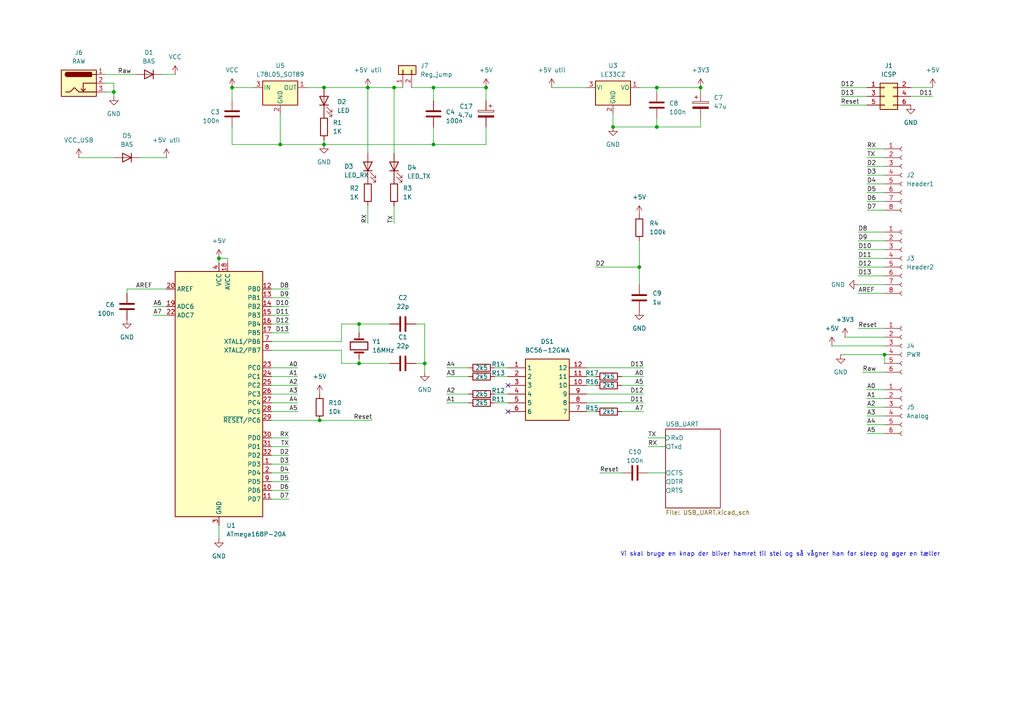
<source format=kicad_sch>
(kicad_sch (version 20250114) (generator "eeschema") (generator_version "9.0")
  (paper "A4")
  (lib_symbols
    (symbol "BC56-12GWA:BC56-12GWA"
      (property "Reference" "DS" (at 19.05 7.62 0))
      (property "Value" "BC56-12GWA" (at 19.05 5.08 0))
      (symbol "BC56-12GWA_1_1"
        (rectangle (start 5.08 2.54) (end 17.78 -15.24) (stroke (width 0.254)) (fill (type background)))
        (pin passive line (at 0 0 0) (length 5.08) (name "1") (number "1"))
        (pin passive line (at 0 -2.54 0) (length 5.08) (name "2") (number "2"))
        (pin passive line (at 0 -5.08 0) (length 5.08) (name "3") (number "3"))
        (pin passive line (at 0 -7.62 0) (length 5.08) (name "4") (number "4"))
        (pin passive line (at 0 -10.16 0) (length 5.08) (name "5") (number "5"))
        (pin passive line (at 0 -12.7 0) (length 5.08) (name "6") (number "6"))
        (pin passive line (at 22.86 0 180) (length 5.08) (name "12") (number "12"))
        (pin passive line (at 22.86 -2.54 180) (length 5.08) (name "11") (number "11"))
        (pin passive line (at 22.86 -5.08 180) (length 5.08) (name "10") (number "10"))
        (pin passive line (at 22.86 -7.62 180) (length 5.08) (name "9") (number "9"))
        (pin passive line (at 22.86 -10.16 180) (length 5.08) (name "8") (number "8"))
        (pin passive line (at 22.86 -12.7 180) (length 5.08) (name "7") (number "7"))
      )
    )
    (symbol "Connector:Barrel_Jack_Switch_Pin3Ring" (pin_names (hide yes))
      (property "Reference" "J" (at 0 5.334 0))
      (property "Value" "Barrel_Jack_Switch_Pin3Ring" (at 0 -5.08 0))
      (symbol "Barrel_Jack_Switch_Pin3Ring_0_1"
        (rectangle (start -5.08 3.81) (end 5.08 -3.81) (stroke (width 0.254)) (fill (type background)))
        (polyline (pts (xy -3.81 -2.54) (xy -2.54 -2.54) (xy -1.27 -1.27) (xy 0 -2.54) (xy 2.54 -2.54) (xy 5.08 -2.54)) (stroke (width 0.254)))
        (arc (start -3.302 1.905) (mid -3.9343 2.54) (end -3.302 3.175) (stroke (width 0.254)))
        (arc (start -3.302 1.905) (mid -3.9343 2.54) (end -3.302 3.175) (stroke (width 0.254)) (fill (type outline)))
        (polyline (pts (xy 1.27 -2.286) (xy 1.905 -1.651)) (stroke (width 0.254)))
        (rectangle (start 3.683 3.175) (end -3.302 1.905) (stroke (width 0.254)) (fill (type outline)))
        (polyline (pts (xy 5.08 2.54) (xy 3.81 2.54)) (stroke (width 0.254)))
        (polyline (pts (xy 5.08 0) (xy 1.27 0) (xy 1.27 -2.286) (xy 0.635 -1.651)) (stroke (width 0.254)))
      )
      (symbol "Barrel_Jack_Switch_Pin3Ring_1_1"
        (pin passive line (at 7.62 2.54 180) (length 2.54) (name "~") (number "1"))
        (pin passive line (at 7.62 0 180) (length 2.54) (name "~") (number "2"))
        (pin passive line (at 7.62 -2.54 180) (length 2.54) (name "~") (number "3"))
      )
    )
    (symbol "Connector:Conn_01x06_Socket" (pin_names (offset 1.016) (hide yes))
      (property "Reference" "J" (at 0 7.62 0))
      (property "Value" "Conn_01x06_Socket" (at 0 -10.16 0))
      (symbol "Conn_01x06_Socket_1_1"
        (polyline (pts (xy -1.27 5.08) (xy -0.508 5.08)) (stroke (width 0.1524)))
        (polyline (pts (xy -1.27 2.54) (xy -0.508 2.54)) (stroke (width 0.1524)))
        (polyline (pts (xy -1.27 0) (xy -0.508 0)) (stroke (width 0.1524)))
        (polyline (pts (xy -1.27 -2.54) (xy -0.508 -2.54)) (stroke (width 0.1524)))
        (polyline (pts (xy -1.27 -5.08) (xy -0.508 -5.08)) (stroke (width 0.1524)))
        (polyline (pts (xy -1.27 -7.62) (xy -0.508 -7.62)) (stroke (width 0.1524)))
        (arc (start 0 4.572) (mid -0.5058 5.08) (end 0 5.588) (stroke (width 0.1524)))
        (arc (start 0 2.032) (mid -0.5058 2.54) (end 0 3.048) (stroke (width 0.1524)))
        (arc (start 0 -0.508) (mid -0.5058 0) (end 0 0.508) (stroke (width 0.1524)))
        (arc (start 0 -3.048) (mid -0.5058 -2.54) (end 0 -2.032) (stroke (width 0.1524)))
        (arc (start 0 -5.588) (mid -0.5058 -5.08) (end 0 -4.572) (stroke (width 0.1524)))
        (arc (start 0 -8.128) (mid -0.5058 -7.62) (end 0 -7.112) (stroke (width 0.1524)))
        (pin passive line (at -5.08 5.08 0) (length 3.81) (name "Pin_1") (number "1"))
        (pin passive line (at -5.08 2.54 0) (length 3.81) (name "Pin_2") (number "2"))
        (pin passive line (at -5.08 0 0) (length 3.81) (name "Pin_3") (number "3"))
        (pin passive line (at -5.08 -2.54 0) (length 3.81) (name "Pin_4") (number "4"))
        (pin passive line (at -5.08 -5.08 0) (length 3.81) (name "Pin_5") (number "5"))
        (pin passive line (at -5.08 -7.62 0) (length 3.81) (name "Pin_6") (number "6"))
      )
    )
    (symbol "Connector:Conn_01x08_Socket" (pin_names (offset 1.016) (hide yes))
      (property "Reference" "J" (at 0 10.16 0))
      (property "Value" "Conn_01x08_Socket" (at 0 -12.7 0))
      (symbol "Conn_01x08_Socket_1_1"
        (polyline (pts (xy -1.27 7.62) (xy -0.508 7.62)) (stroke (width 0.1524)))
        (polyline (pts (xy -1.27 5.08) (xy -0.508 5.08)) (stroke (width 0.1524)))
        (polyline (pts (xy -1.27 2.54) (xy -0.508 2.54)) (stroke (width 0.1524)))
        (polyline (pts (xy -1.27 0) (xy -0.508 0)) (stroke (width 0.1524)))
        (polyline (pts (xy -1.27 -2.54) (xy -0.508 -2.54)) (stroke (width 0.1524)))
        (polyline (pts (xy -1.27 -5.08) (xy -0.508 -5.08)) (stroke (width 0.1524)))
        (polyline (pts (xy -1.27 -7.62) (xy -0.508 -7.62)) (stroke (width 0.1524)))
        (polyline (pts (xy -1.27 -10.16) (xy -0.508 -10.16)) (stroke (width 0.1524)))
        (arc (start 0 7.112) (mid -0.5058 7.62) (end 0 8.128) (stroke (width 0.1524)))
        (arc (start 0 4.572) (mid -0.5058 5.08) (end 0 5.588) (stroke (width 0.1524)))
        (arc (start 0 2.032) (mid -0.5058 2.54) (end 0 3.048) (stroke (width 0.1524)))
        (arc (start 0 -0.508) (mid -0.5058 0) (end 0 0.508) (stroke (width 0.1524)))
        (arc (start 0 -3.048) (mid -0.5058 -2.54) (end 0 -2.032) (stroke (width 0.1524)))
        (arc (start 0 -5.588) (mid -0.5058 -5.08) (end 0 -4.572) (stroke (width 0.1524)))
        (arc (start 0 -8.128) (mid -0.5058 -7.62) (end 0 -7.112) (stroke (width 0.1524)))
        (arc (start 0 -10.668) (mid -0.5058 -10.16) (end 0 -9.652) (stroke (width 0.1524)))
        (pin passive line (at -5.08 7.62 0) (length 3.81) (name "Pin_1") (number "1"))
        (pin passive line (at -5.08 5.08 0) (length 3.81) (name "Pin_2") (number "2"))
        (pin passive line (at -5.08 2.54 0) (length 3.81) (name "Pin_3") (number "3"))
        (pin passive line (at -5.08 0 0) (length 3.81) (name "Pin_4") (number "4"))
        (pin passive line (at -5.08 -2.54 0) (length 3.81) (name "Pin_5") (number "5"))
        (pin passive line (at -5.08 -5.08 0) (length 3.81) (name "Pin_6") (number "6"))
        (pin passive line (at -5.08 -7.62 0) (length 3.81) (name "Pin_7") (number "7"))
        (pin passive line (at -5.08 -10.16 0) (length 3.81) (name "Pin_8") (number "8"))
      )
    )
    (symbol "Connector_Generic:Conn_01x02" (pin_names (offset 1.016) (hide yes))
      (property "Reference" "J" (at 0 2.54 0))
      (property "Value" "Conn_01x02" (at 0 -5.08 0))
      (symbol "Conn_01x02_1_1"
        (rectangle (start -1.27 1.27) (end 1.27 -3.81) (stroke (width 0.254)) (fill (type background)))
        (rectangle (start -1.27 0.127) (end 0 -0.127) (stroke (width 0.1524)))
        (rectangle (start -1.27 -2.413) (end 0 -2.667) (stroke (width 0.1524)))
        (pin passive line (at -5.08 0 0) (length 3.81) (name "Pin_1") (number "1"))
        (pin passive line (at -5.08 -2.54 0) (length 3.81) (name "Pin_2") (number "2"))
      )
    )
    (symbol "Connector_Generic:Conn_02x03_Odd_Even" (pin_names (offset 1.016) (hide yes))
      (property "Reference" "J" (at 1.27 5.08 0))
      (property "Value" "Conn_02x03_Odd_Even" (at 1.27 -5.08 0))
      (symbol "Conn_02x03_Odd_Even_1_1"
        (rectangle (start -1.27 3.81) (end 3.81 -3.81) (stroke (width 0.254)) (fill (type background)))
        (rectangle (start -1.27 2.667) (end 0 2.413) (stroke (width 0.1524)))
        (rectangle (start -1.27 0.127) (end 0 -0.127) (stroke (width 0.1524)))
        (rectangle (start -1.27 -2.413) (end 0 -2.667) (stroke (width 0.1524)))
        (rectangle (start 3.81 2.667) (end 2.54 2.413) (stroke (width 0.1524)))
        (rectangle (start 3.81 0.127) (end 2.54 -0.127) (stroke (width 0.1524)))
        (rectangle (start 3.81 -2.413) (end 2.54 -2.667) (stroke (width 0.1524)))
        (pin passive line (at -5.08 2.54 0) (length 3.81) (name "Pin_1") (number "1"))
        (pin passive line (at -5.08 0 0) (length 3.81) (name "Pin_3") (number "3"))
        (pin passive line (at -5.08 -2.54 0) (length 3.81) (name "Pin_5") (number "5"))
        (pin passive line (at 7.62 2.54 180) (length 3.81) (name "Pin_2") (number "2"))
        (pin passive line (at 7.62 0 180) (length 3.81) (name "Pin_4") (number "4"))
        (pin passive line (at 7.62 -2.54 180) (length 3.81) (name "Pin_6") (number "6"))
      )
    )
    (symbol "Device:C" (pin_numbers (hide yes)) (pin_names (offset 0.254))
      (property "Reference" "C" (at 0.635 2.54 0))
      (property "Value" "C" (at 0.635 -2.54 0))
      (symbol "C_0_1"
        (polyline (pts (xy -2.032 0.762) (xy 2.032 0.762)) (stroke (width 0.508)))
        (polyline (pts (xy -2.032 -0.762) (xy 2.032 -0.762)) (stroke (width 0.508)))
      )
      (symbol "C_1_1"
        (pin passive line (at 0 3.81 270) (length 2.794) (name "~") (number "1"))
        (pin passive line (at 0 -3.81 90) (length 2.794) (name "~") (number "2"))
      )
    )
    (symbol "Device:C_Polarized" (pin_numbers (hide yes)) (pin_names (offset 0.254))
      (property "Reference" "C" (at 0.635 2.54 0))
      (property "Value" "C_Polarized" (at 0.635 -2.54 0))
      (symbol "C_Polarized_0_1"
        (rectangle (start -2.286 0.508) (end 2.286 1.016))
        (polyline (pts (xy -1.778 2.286) (xy -0.762 2.286)))
        (polyline (pts (xy -1.27 2.794) (xy -1.27 1.778)))
        (rectangle (start 2.286 -0.508) (end -2.286 -1.016) (fill (type outline)))
      )
      (symbol "C_Polarized_1_1"
        (pin passive line (at 0 3.81 270) (length 2.794) (name "~") (number "1"))
        (pin passive line (at 0 -3.81 90) (length 2.794) (name "~") (number "2"))
      )
    )
    (symbol "Device:Crystal" (pin_numbers (hide yes)) (pin_names (offset 1.016) (hide yes))
      (property "Reference" "Y" (at 0 3.81 0))
      (property "Value" "Crystal" (at 0 -3.81 0))
      (symbol "Crystal_0_1"
        (polyline (pts (xy -2.54 0) (xy -1.905 0)))
        (polyline (pts (xy -1.905 -1.27) (xy -1.905 1.27)) (stroke (width 0.508)))
        (rectangle (start -1.143 2.54) (end 1.143 -2.54) (stroke (width 0.3048)))
        (polyline (pts (xy 1.905 -1.27) (xy 1.905 1.27)) (stroke (width 0.508)))
        (polyline (pts (xy 2.54 0) (xy 1.905 0)))
      )
      (symbol "Crystal_1_1"
        (pin passive line (at -3.81 0 0) (length 1.27) (name "1") (number "1"))
        (pin passive line (at 3.81 0 180) (length 1.27) (name "2") (number "2"))
      )
    )
    (symbol "Device:D" (pin_numbers (hide yes)) (pin_names (offset 1.016) (hide yes))
      (property "Reference" "D" (at 0 2.54 0))
      (property "Value" "D" (at 0 -2.54 0))
      (symbol "D_0_1"
        (polyline (pts (xy -1.27 1.27) (xy -1.27 -1.27)) (stroke (width 0.254)))
        (polyline (pts (xy 1.27 1.27) (xy 1.27 -1.27) (xy -1.27 0) (xy 1.27 1.27)) (stroke (width 0.254)))
        (polyline (pts (xy 1.27 0) (xy -1.27 0)))
      )
      (symbol "D_1_1"
        (pin passive line (at -3.81 0 0) (length 2.54) (name "K") (number "1"))
        (pin passive line (at 3.81 0 180) (length 2.54) (name "A") (number "2"))
      )
    )
    (symbol "Device:LED" (pin_numbers (hide yes)) (pin_names (offset 1.016) (hide yes))
      (property "Reference" "D" (at 0 2.54 0))
      (property "Value" "LED" (at 0 -2.54 0))
      (symbol "LED_0_1"
        (polyline (pts (xy -3.048 -0.762) (xy -4.572 -2.286) (xy -3.81 -2.286) (xy -4.572 -2.286) (xy -4.572 -1.524)))
        (polyline (pts (xy -1.778 -0.762) (xy -3.302 -2.286) (xy -2.54 -2.286) (xy -3.302 -2.286) (xy -3.302 -1.524)))
        (polyline (pts (xy -1.27 0) (xy 1.27 0)))
        (polyline (pts (xy -1.27 -1.27) (xy -1.27 1.27)) (stroke (width 0.254)))
        (polyline (pts (xy 1.27 -1.27) (xy 1.27 1.27) (xy -1.27 0) (xy 1.27 -1.27)) (stroke (width 0.254)))
      )
      (symbol "LED_1_1"
        (pin passive line (at -3.81 0 0) (length 2.54) (name "K") (number "1"))
        (pin passive line (at 3.81 0 180) (length 2.54) (name "A") (number "2"))
      )
    )
    (symbol "Device:R" (pin_numbers (hide yes)) (pin_names (offset 0))
      (property "Reference" "R" (at 2.032 0 90))
      (property "Value" "R" (at 0 0 90))
      (symbol "R_0_1"
        (rectangle (start -1.016 -2.54) (end 1.016 2.54) (stroke (width 0.254)))
      )
      (symbol "R_1_1"
        (pin passive line (at 0 3.81 270) (length 1.27) (name "~") (number "1"))
        (pin passive line (at 0 -3.81 90) (length 1.27) (name "~") (number "2"))
      )
    )
    (symbol "MCU_Microchip_ATmega:ATmega168P-20A"
      (property "Reference" "U" (at -12.7 36.83 0))
      (property "Value" "ATmega168P-20A" (at 2.54 -36.83 0))
      (symbol "ATmega168P-20A_0_1"
        (rectangle (start -12.7 -35.56) (end 12.7 35.56) (stroke (width 0.254)) (fill (type background)))
      )
      (symbol "ATmega168P-20A_1_1"
        (pin passive line (at -15.24 30.48 0) (length 2.54) (name "AREF") (number "20"))
        (pin input line (at -15.24 25.4 0) (length 2.54) (name "ADC6") (number "19"))
        (pin input line (at -15.24 22.86 0) (length 2.54) (name "ADC7") (number "22"))
        (pin power_in line (at 0 38.1 270) (length 2.54) (name "VCC") (number "4"))
        (pin passive line (at 0 38.1 270) (length 2.54) (hide yes) (name "VCC") (number "6"))
        (pin passive line (at 0 -38.1 90) (length 2.54) (hide yes) (name "GND") (number "21"))
        (pin power_in line (at 0 -38.1 90) (length 2.54) (name "GND") (number "3"))
        (pin passive line (at 0 -38.1 90) (length 2.54) (hide yes) (name "GND") (number "5"))
        (pin power_in line (at 2.54 38.1 270) (length 2.54) (name "AVCC") (number "18"))
        (pin bidirectional line (at 15.24 30.48 180) (length 2.54) (name "PB0") (number "12"))
        (pin bidirectional line (at 15.24 27.94 180) (length 2.54) (name "PB1") (number "13"))
        (pin bidirectional line (at 15.24 25.4 180) (length 2.54) (name "PB2") (number "14"))
        (pin bidirectional line (at 15.24 22.86 180) (length 2.54) (name "PB3") (number "15"))
        (pin bidirectional line (at 15.24 20.32 180) (length 2.54) (name "PB4") (number "16"))
        (pin bidirectional line (at 15.24 17.78 180) (length 2.54) (name "PB5") (number "17"))
        (pin bidirectional line (at 15.24 15.24 180) (length 2.54) (name "XTAL1/PB6") (number "7"))
        (pin bidirectional line (at 15.24 12.7 180) (length 2.54) (name "XTAL2/PB7") (number "8"))
        (pin bidirectional line (at 15.24 7.62 180) (length 2.54) (name "PC0") (number "23"))
        (pin bidirectional line (at 15.24 5.08 180) (length 2.54) (name "PC1") (number "24"))
        (pin bidirectional line (at 15.24 2.54 180) (length 2.54) (name "PC2") (number "25"))
        (pin bidirectional line (at 15.24 0 180) (length 2.54) (name "PC3") (number "26"))
        (pin bidirectional line (at 15.24 -2.54 180) (length 2.54) (name "PC4") (number "27"))
        (pin bidirectional line (at 15.24 -5.08 180) (length 2.54) (name "PC5") (number "28"))
        (pin bidirectional line (at 15.24 -7.62 180) (length 2.54) (name "~{RESET}/PC6") (number "29"))
        (pin bidirectional line (at 15.24 -12.7 180) (length 2.54) (name "PD0") (number "30"))
        (pin bidirectional line (at 15.24 -15.24 180) (length 2.54) (name "PD1") (number "31"))
        (pin bidirectional line (at 15.24 -17.78 180) (length 2.54) (name "PD2") (number "32"))
        (pin bidirectional line (at 15.24 -20.32 180) (length 2.54) (name "PD3") (number "1"))
        (pin bidirectional line (at 15.24 -22.86 180) (length 2.54) (name "PD4") (number "2"))
        (pin bidirectional line (at 15.24 -25.4 180) (length 2.54) (name "PD5") (number "9"))
        (pin bidirectional line (at 15.24 -27.94 180) (length 2.54) (name "PD6") (number "10"))
        (pin bidirectional line (at 15.24 -30.48 180) (length 2.54) (name "PD7") (number "11"))
      )
    )
    (symbol "Regulator_Linear:L78L05_SOT89" (pin_names (offset 0.254))
      (property "Reference" "U" (at -3.81 3.175 0))
      (property "Value" "L78L05_SOT89" (at -0.635 3.175 0))
      (symbol "L78L05_SOT89_0_1"
        (rectangle (start -5.08 1.905) (end 5.08 -5.08) (stroke (width 0.254)) (fill (type background)))
      )
      (symbol "L78L05_SOT89_1_1"
        (pin power_in line (at -7.62 0 0) (length 2.54) (name "IN") (number "3"))
        (pin power_in line (at 0 -7.62 90) (length 2.54) (name "GND") (number "2"))
        (pin power_out line (at 7.62 0 180) (length 2.54) (name "OUT") (number "1"))
      )
    )
    (symbol "Regulator_Linear:LM2936-3.3_TO92" (pin_names (offset 0.254))
      (property "Reference" "U" (at -3.81 3.175 0))
      (property "Value" "LM2936-3.3_TO92" (at 0 3.175 0))
      (symbol "LM2936-3.3_TO92_0_1"
        (rectangle (start -5.08 -5.08) (end 5.08 1.905) (stroke (width 0.254)) (fill (type background)))
      )
      (symbol "LM2936-3.3_TO92_1_1"
        (pin power_in line (at -7.62 0 0) (length 2.54) (name "VI") (number "3"))
        (pin power_in line (at 0 -7.62 90) (length 2.54) (name "GND") (number "2"))
        (pin power_out line (at 7.62 0 180) (length 2.54) (name "VO") (number "1"))
      )
    )
    (symbol "power:+3V3" (power) (pin_numbers (hide yes)) (pin_names (offset 0) (hide yes))
      (property "Value" "+3V3" (at 0 3.556 0))
      (symbol "+3V3_0_1"
        (polyline (pts (xy -0.762 1.27) (xy 0 2.54)))
        (polyline (pts (xy 0 2.54) (xy 0.762 1.27)))
        (polyline (pts (xy 0 0) (xy 0 2.54)))
      )
      (symbol "+3V3_1_1"
        (pin power_in line (at 0 0 90) (length 0) (name "~") (number "1"))
      )
    )
    (symbol "power:+5V" (power) (pin_numbers (hide yes)) (pin_names (offset 0) (hide yes))
      (property "Value" "+5V" (at 0 3.556 0))
      (symbol "+5V_0_1"
        (polyline (pts (xy -0.762 1.27) (xy 0 2.54)))
        (polyline (pts (xy 0 2.54) (xy 0.762 1.27)))
        (polyline (pts (xy 0 0) (xy 0 2.54)))
      )
      (symbol "+5V_1_1"
        (pin power_in line (at 0 0 90) (length 0) (name "~") (number "1"))
      )
    )
    (symbol "power:GND" (power) (pin_numbers (hide yes)) (pin_names (offset 0) (hide yes))
      (property "Value" "GND" (at 0 -3.81 0))
      (symbol "GND_0_1"
        (polyline (pts (xy 0 0) (xy 0 -1.27) (xy 1.27 -1.27) (xy 0 -2.54) (xy -1.27 -1.27) (xy 0 -1.27)))
      )
      (symbol "GND_1_1"
        (pin power_in line (at 0 0 270) (length 0) (name "~") (number "1"))
      )
    )
    (symbol "power:VCC" (power) (pin_numbers (hide yes)) (pin_names (offset 0) (hide yes))
      (property "Value" "VCC" (at 0 3.556 0))
      (symbol "VCC_0_1"
        (polyline (pts (xy -0.762 1.27) (xy 0 2.54)))
        (polyline (pts (xy 0 2.54) (xy 0.762 1.27)))
        (polyline (pts (xy 0 0) (xy 0 2.54)))
      )
      (symbol "VCC_1_1"
        (pin power_in line (at 0 0 90) (length 0) (name "~") (number "1"))
      )
    )
    (symbol "power:VCCQ" (power) (pin_numbers (hide yes)) (pin_names (offset 0) (hide yes))
      (property "Value" "VCCQ" (at 0 3.556 0))
      (symbol "VCCQ_0_1"
        (polyline (pts (xy -0.762 1.27) (xy 0 2.54)))
        (polyline (pts (xy 0 2.54) (xy 0.762 1.27)))
        (polyline (pts (xy 0 0) (xy 0 2.54)))
      )
      (symbol "VCCQ_1_1"
        (pin power_in line (at 0 0 90) (length 0) (name "~") (number "1"))
      )
    )
  )
  (text "Vi skal bruge en knap der bliver hamret til stel og så vågner han far sleep og øger en tæller\n" (at 226.314 160.782 0) (effects (font (size 1.27 1.27))))
  (junction (at 185.42 77.47))
  (junction (at 104.14 93.98))
  (junction (at 256.54 102.87))
  (junction (at 106.68 25.4))
  (junction (at 114.3 25.4))
  (junction (at 93.98 41.91))
  (junction (at 92.71 121.92))
  (junction (at 203.2 25.4))
  (junction (at 67.31 25.4))
  (junction (at 190.5 36.83))
  (junction (at 81.28 41.91))
  (junction (at 63.5 74.93))
  (junction (at 140.97 25.4))
  (junction (at 33.02 26.67))
  (junction (at 104.14 105.41))
  (junction (at 177.8 36.83))
  (junction (at 123.19 105.41))
  (junction (at 125.73 41.91))
  (junction (at 93.98 25.4))
  (junction (at 190.5 25.4))
  (junction (at 125.73 25.4))
  (no_connect (at 147.32 119.38))
  (no_connect (at 147.32 111.76))
  (wire (pts (xy 78.74 116.84) (xy 86.36 116.84)))
  (wire (pts (xy 93.98 41.91) (xy 125.73 41.91)))
  (wire (pts (xy 143.51 106.68) (xy 147.32 106.68)))
  (wire (pts (xy 93.98 40.64) (xy 93.98 41.91)))
  (wire (pts (xy 177.8 36.83) (xy 190.5 36.83)))
  (wire (pts (xy 129.54 114.3) (xy 135.89 114.3)))
  (wire (pts (xy 180.34 109.22) (xy 186.69 109.22)))
  (wire (pts (xy 140.97 25.4) (xy 140.97 29.21)))
  (wire (pts (xy 187.96 129.54) (xy 193.04 129.54)))
  (wire (pts (xy 185.42 69.85) (xy 185.42 77.47)))
  (wire (pts (xy 256.54 72.39) (xy 248.92 72.39)))
  (wire (pts (xy 264.16 27.94) (xy 270.51 27.94)))
  (wire (pts (xy 93.98 25.4) (xy 106.68 25.4)))
  (wire (pts (xy 129.54 109.22) (xy 135.89 109.22)))
  (wire (pts (xy 67.31 36.83) (xy 67.31 41.91)))
  (wire (pts (xy 104.14 104.14) (xy 104.14 105.41)))
  (wire (pts (xy 248.92 85.09) (xy 256.54 85.09)))
  (wire (pts (xy 256.54 50.8) (xy 251.46 50.8)))
  (wire (pts (xy 187.96 137.16) (xy 193.04 137.16)))
  (wire (pts (xy 256.54 74.93) (xy 248.92 74.93)))
  (wire (pts (xy 243.84 30.48) (xy 251.46 30.48)))
  (wire (pts (xy 106.68 25.4) (xy 114.3 25.4)))
  (wire (pts (xy 92.71 121.92) (xy 107.95 121.92)))
  (wire (pts (xy 170.18 111.76) (xy 172.72 111.76)))
  (wire (pts (xy 48.26 45.72) (xy 40.64 45.72)))
  (wire (pts (xy 123.19 105.41) (xy 120.65 105.41)))
  (wire (pts (xy 114.3 59.69) (xy 114.3 64.77)))
  (wire (pts (xy 78.74 106.68) (xy 86.36 106.68)))
  (wire (pts (xy 78.74 93.98) (xy 83.82 93.98)))
  (wire (pts (xy 186.69 106.68) (xy 170.18 106.68)))
  (wire (pts (xy 243.84 25.4) (xy 251.46 25.4)))
  (wire (pts (xy 256.54 45.72) (xy 251.46 45.72)))
  (wire (pts (xy 66.04 74.93) (xy 66.04 76.2)))
  (wire (pts (xy 251.46 115.57) (xy 256.54 115.57)))
  (wire (pts (xy 78.74 121.92) (xy 92.71 121.92)))
  (wire (pts (xy 123.19 105.41) (xy 123.19 107.95)))
  (wire (pts (xy 63.5 156.21) (xy 63.5 152.4)))
  (wire (pts (xy 104.14 105.41) (xy 113.03 105.41)))
  (wire (pts (xy 160.02 25.4) (xy 170.18 25.4)))
  (wire (pts (xy 78.74 109.22) (xy 86.36 109.22)))
  (wire (pts (xy 33.02 26.67) (xy 33.02 27.94)))
  (wire (pts (xy 140.97 25.4) (xy 125.73 25.4)))
  (wire (pts (xy 33.02 24.13) (xy 33.02 26.67)))
  (wire (pts (xy 251.46 113.03) (xy 256.54 113.03)))
  (wire (pts (xy 78.74 101.6) (xy 99.06 101.6)))
  (wire (pts (xy 170.18 119.38) (xy 172.72 119.38)))
  (wire (pts (xy 125.73 41.91) (xy 140.97 41.91)))
  (wire (pts (xy 78.74 127) (xy 83.82 127)))
  (wire (pts (xy 67.31 29.21) (xy 67.31 25.4)))
  (wire (pts (xy 99.06 101.6) (xy 99.06 105.41)))
  (wire (pts (xy 248.92 95.25) (xy 256.54 95.25)))
  (wire (pts (xy 78.74 139.7) (xy 83.82 139.7)))
  (wire (pts (xy 39.37 21.59) (xy 30.48 21.59)))
  (wire (pts (xy 185.42 77.47) (xy 185.42 82.55)))
  (wire (pts (xy 78.74 144.78) (xy 83.82 144.78)))
  (wire (pts (xy 129.54 116.84) (xy 135.89 116.84)))
  (wire (pts (xy 190.5 34.29) (xy 190.5 36.83)))
  (wire (pts (xy 114.3 25.4) (xy 114.3 44.45)))
  (wire (pts (xy 78.74 129.54) (xy 83.82 129.54)))
  (wire (pts (xy 104.14 93.98) (xy 104.14 96.52)))
  (wire (pts (xy 104.14 93.98) (xy 113.03 93.98)))
  (wire (pts (xy 125.73 36.83) (xy 125.73 41.91)))
  (wire (pts (xy 251.46 125.73) (xy 256.54 125.73)))
  (wire (pts (xy 99.06 93.98) (xy 104.14 93.98)))
  (wire (pts (xy 264.16 25.4) (xy 270.51 25.4)))
  (wire (pts (xy 99.06 99.06) (xy 99.06 93.98)))
  (wire (pts (xy 33.02 24.13) (xy 30.48 24.13)))
  (wire (pts (xy 78.74 91.44) (xy 83.82 91.44)))
  (wire (pts (xy 173.99 137.16) (xy 180.34 137.16)))
  (wire (pts (xy 185.42 25.4) (xy 190.5 25.4)))
  (wire (pts (xy 143.51 109.22) (xy 147.32 109.22)))
  (wire (pts (xy 251.46 123.19) (xy 256.54 123.19)))
  (wire (pts (xy 251.46 120.65) (xy 256.54 120.65)))
  (wire (pts (xy 120.65 93.98) (xy 123.19 93.98)))
  (wire (pts (xy 22.86 45.72) (xy 33.02 45.72)))
  (wire (pts (xy 36.83 85.09) (xy 36.83 83.82)))
  (wire (pts (xy 180.34 111.76) (xy 186.69 111.76)))
  (wire (pts (xy 78.74 134.62) (xy 83.82 134.62)))
  (wire (pts (xy 78.74 114.3) (xy 86.36 114.3)))
  (wire (pts (xy 81.28 33.02) (xy 81.28 41.91)))
  (wire (pts (xy 78.74 137.16) (xy 83.82 137.16)))
  (wire (pts (xy 33.02 26.67) (xy 30.48 26.67)))
  (wire (pts (xy 186.69 116.84) (xy 170.18 116.84)))
  (wire (pts (xy 140.97 36.83) (xy 140.97 41.91)))
  (wire (pts (xy 78.74 132.08) (xy 83.82 132.08)))
  (wire (pts (xy 99.06 105.41) (xy 104.14 105.41)))
  (wire (pts (xy 186.69 114.3) (xy 170.18 114.3)))
  (wire (pts (xy 78.74 99.06) (xy 99.06 99.06)))
  (wire (pts (xy 256.54 105.41) (xy 256.54 102.87)))
  (wire (pts (xy 129.54 106.68) (xy 135.89 106.68)))
  (wire (pts (xy 243.84 102.87) (xy 256.54 102.87)))
  (wire (pts (xy 44.45 88.9) (xy 48.26 88.9)))
  (wire (pts (xy 125.73 29.21) (xy 125.73 25.4)))
  (wire (pts (xy 203.2 26.67) (xy 203.2 25.4)))
  (wire (pts (xy 44.45 91.44) (xy 48.26 91.44)))
  (wire (pts (xy 256.54 77.47) (xy 248.92 77.47)))
  (wire (pts (xy 256.54 58.42) (xy 251.46 58.42)))
  (wire (pts (xy 241.3 100.33) (xy 256.54 100.33)))
  (wire (pts (xy 78.74 83.82) (xy 83.82 83.82)))
  (wire (pts (xy 78.74 86.36) (xy 83.82 86.36)))
  (wire (pts (xy 248.92 82.55) (xy 256.54 82.55)))
  (wire (pts (xy 78.74 111.76) (xy 86.36 111.76)))
  (wire (pts (xy 180.34 119.38) (xy 186.69 119.38)))
  (wire (pts (xy 177.8 33.02) (xy 177.8 36.83)))
  (wire (pts (xy 203.2 36.83) (xy 203.2 34.29)))
  (wire (pts (xy 50.8 21.59) (xy 46.99 21.59)))
  (wire (pts (xy 203.2 25.4) (xy 190.5 25.4)))
  (wire (pts (xy 256.54 60.96) (xy 251.46 60.96)))
  (wire (pts (xy 256.54 43.18) (xy 251.46 43.18)))
  (wire (pts (xy 63.5 74.93) (xy 63.5 76.2)))
  (wire (pts (xy 256.54 48.26) (xy 251.46 48.26)))
  (wire (pts (xy 119.38 25.4) (xy 125.73 25.4)))
  (wire (pts (xy 67.31 41.91) (xy 81.28 41.91)))
  (wire (pts (xy 63.5 74.93) (xy 66.04 74.93)))
  (wire (pts (xy 250.19 107.95) (xy 256.54 107.95)))
  (wire (pts (xy 256.54 55.88) (xy 251.46 55.88)))
  (wire (pts (xy 81.28 41.91) (xy 93.98 41.91)))
  (wire (pts (xy 106.68 64.77) (xy 106.68 59.69)))
  (wire (pts (xy 190.5 25.4) (xy 190.5 26.67)))
  (wire (pts (xy 78.74 119.38) (xy 86.36 119.38)))
  (wire (pts (xy 78.74 88.9) (xy 83.82 88.9)))
  (wire (pts (xy 256.54 67.31) (xy 248.92 67.31)))
  (wire (pts (xy 256.54 80.01) (xy 248.92 80.01)))
  (wire (pts (xy 67.31 25.4) (xy 73.66 25.4)))
  (wire (pts (xy 243.84 27.94) (xy 251.46 27.94)))
  (wire (pts (xy 78.74 96.52) (xy 83.82 96.52)))
  (wire (pts (xy 78.74 142.24) (xy 83.82 142.24)))
  (wire (pts (xy 106.68 25.4) (xy 106.68 44.45)))
  (wire (pts (xy 88.9 25.4) (xy 93.98 25.4)))
  (wire (pts (xy 36.83 83.82) (xy 48.26 83.82)))
  (wire (pts (xy 256.54 69.85) (xy 248.92 69.85)))
  (wire (pts (xy 251.46 118.11) (xy 256.54 118.11)))
  (wire (pts (xy 114.3 25.4) (xy 116.84 25.4)))
  (wire (pts (xy 143.51 114.3) (xy 147.32 114.3)))
  (wire (pts (xy 172.72 77.47) (xy 185.42 77.47)))
  (wire (pts (xy 245.11 97.79) (xy 256.54 97.79)))
  (wire (pts (xy 123.19 93.98) (xy 123.19 105.41)))
  (wire (pts (xy 170.18 109.22) (xy 172.72 109.22)))
  (wire (pts (xy 256.54 53.34) (xy 251.46 53.34)))
  (wire (pts (xy 187.96 127) (xy 193.04 127)))
  (wire (pts (xy 190.5 36.83) (xy 203.2 36.83)))
  (wire (pts (xy 143.51 116.84) (xy 147.32 116.84)))
  (label "D12" (at 243.84 25.4 0))
  (label "D11" (at 186.69 116.84 180))
  (label "A4" (at 129.54 106.68 0))
  (label "Raw" (at 38.1 21.59 180))
  (label "A4" (at 251.46 123.19 0))
  (label "A7" (at 186.69 119.38 180))
  (label "Raw" (at 250.19 107.95 0))
  (label "A3" (at 251.46 120.65 0))
  (label "Reset" (at 248.92 95.25 0))
  (label "D11" (at 270.51 27.94 180))
  (label "A2" (at 86.36 111.76 180))
  (label "RX" (at 83.82 127 180))
  (label "A5" (at 86.36 119.38 180))
  (label "D6" (at 251.46 58.42 0))
  (label "D2" (at 251.46 48.26 0))
  (label "A2" (at 251.46 118.11 0))
  (label "TX" (at 187.96 127 0))
  (label "D5" (at 251.46 55.88 0))
  (label "A7" (at 44.45 91.44 0))
  (label "A5" (at 186.69 111.76 180))
  (label "D12" (at 248.92 77.47 0))
  (label "A2" (at 129.54 114.3 0))
  (label "D4" (at 251.46 53.34 0))
  (label "A0" (at 251.46 113.03 0))
  (label "D6" (at 83.82 142.24 180))
  (label "D7" (at 83.82 144.78 180))
  (label "A5" (at 251.46 125.73 0))
  (label "D11" (at 248.92 74.93 0))
  (label "D11" (at 83.82 91.44 180))
  (label "Reset" (at 243.84 30.48 0))
  (label "AREF" (at 39.37 83.82 0))
  (label "RX" (at 187.96 129.54 0))
  (label "A3" (at 129.54 109.22 0))
  (label "TX" (at 83.82 129.54 180))
  (label "D13" (at 83.82 96.52 180))
  (label "D12" (at 83.82 93.98 180))
  (label "RX" (at 106.68 64.77 90))
  (label "A1" (at 129.54 116.84 0))
  (label "D8" (at 83.82 83.82 180))
  (label "D9" (at 248.92 69.85 0))
  (label "D2" (at 172.72 77.47 0))
  (label "A0" (at 186.69 109.22 180))
  (label "TX" (at 251.46 45.72 0))
  (label "D13" (at 243.84 27.94 0))
  (label "D3" (at 83.82 134.62 180))
  (label "A1" (at 86.36 109.22 180))
  (label "D5" (at 83.82 139.7 180))
  (label "A1" (at 251.46 115.57 0))
  (label "Reset" (at 173.99 137.16 0))
  (label "A3" (at 86.36 114.3 180))
  (label "A0" (at 86.36 106.68 180))
  (label "AREF" (at 248.92 85.09 0))
  (label "D9" (at 83.82 86.36 180))
  (label "D3" (at 251.46 50.8 0))
  (label "TX" (at 114.3 64.77 90))
  (label "D2" (at 83.82 132.08 180))
  (label "D8" (at 248.92 67.31 0))
  (label "D12" (at 186.69 114.3 180))
  (label "D13" (at 248.92 80.01 0))
  (label "D13" (at 186.69 106.68 180))
  (label "RX" (at 251.46 43.18 0))
  (label "D10" (at 83.82 88.9 180))
  (label "Reset" (at 107.95 121.92 180))
  (label "A6" (at 44.45 88.9 0))
  (label "D10" (at 248.92 72.39 0))
  (label "D7" (at 251.46 60.96 0))
  (label "D4" (at 83.82 137.16 180))
  (label "A4" (at 86.36 116.84 180))
  (symbol (lib_id "Connector:Conn_01x06_Socket") (at 261.62 100.33 0) (unit 1)
    (property "Reference" "J4" (at 262.89 100.3299 0) (effects (justify left)))
    (property "Value" "PWR" (at 262.89 102.8699 0) (effects (justify left)))
    (property "Footprint" "Connector_PinHeader_2.54mm:PinHeader_1x06_P2.54mm_Vertical" (effects (hide yes)))
    (property "Description" "Generic connector, single row, 01x06, script generated" (effects (hide yes)))
  )
  (symbol (lib_id "Device:R") (at 92.71 118.11 0) (unit 1)
    (property "Reference" "R10" (at 95.25 116.8399 0) (effects (justify left)))
    (property "Value" "10k" (at 95.25 119.3799 0) (effects (justify left)))
    (property "Footprint" "Resistor_SMD:R_0603_1608Metric_Pad0.98x0.95mm_HandSolder" (effects (hide yes)))
    (property "Description" "Resistor" (effects (hide yes)))
  )
  (symbol (lib_id "Connector_Generic:Conn_02x03_Odd_Even") (at 256.54 27.94 0) (unit 1)
    (property "Reference" "J1" (at 257.81 19.05 0))
    (property "Value" "ICSP" (at 257.81 21.59 0))
    (property "Footprint" "Connector_PinHeader_2.54mm:PinHeader_2x03_P2.54mm_Vertical" (effects (hide yes)))
    (property "Description" "Generic connector, double row, 02x03, odd/even pin numbering scheme (row 1 odd numbers, row 2 even numbers), script generated (kicad-library-utils/schlib/autogen/connector/)" (effects (hide yes)))
  )
  (symbol (lib_id "power:GND") (at 123.19 107.95 0) (unit 1)
    (property "Reference" "#PWR01" (effects (hide yes)))
    (property "Value" "GND" (at 123.19 113.03 0))
    (property "Description" "Power symbol creates a global label with name \"GND\" , ground" (effects (hide yes)))
  )
  (symbol (lib_id "power:VCC") (at 67.31 25.4 0) (mirror y) (unit 1)
    (property "Reference" "#PWR09" (effects (hide yes)))
    (property "Value" "VCC" (at 67.31 20.32 0))
    (property "Description" "Power symbol creates a global label with name \"VCC\"" (effects (hide yes)))
  )
  (symbol (lib_id "power:+5V") (at 241.3 100.33 0) (unit 1)
    (property "Reference" "#PWR014" (effects (hide yes)))
    (property "Value" "+5V" (at 241.3 95.25 0))
    (property "Description" "Power symbol creates a global label with name \"+5V\"" (effects (hide yes)))
  )
  (symbol (lib_id "power:VCCQ") (at 22.86 45.72 0) (unit 1)
    (property "Reference" "#PWR034" (effects (hide yes)))
    (property "Value" "VCC_USB" (at 22.86 40.64 0))
    (property "Description" "Power symbol creates a global label with name \"VCCQ\"" (effects (hide yes)))
  )
  (symbol (lib_id "Connector_Generic:Conn_01x02") (at 116.84 20.32 90) (unit 1)
    (property "Reference" "J7" (at 121.92 19.0499 90) (effects (justify right)))
    (property "Value" "Reg_jump" (at 121.92 21.5899 90) (effects (justify right)))
    (property "Footprint" "Connector_PinHeader_2.54mm:PinHeader_1x02_P2.54mm_Vertical" (effects (hide yes)))
    (property "Description" "Generic connector, single row, 01x02, script generated (kicad-library-utils/schlib/autogen/connector/)" (effects (hide yes)))
  )
  (symbol (lib_id "Device:R") (at 114.3 55.88 0) (unit 1)
    (property "Reference" "R3" (at 116.84 54.6099 0) (effects (justify left)))
    (property "Value" "1K" (at 116.84 57.1499 0) (effects (justify left)))
    (property "Footprint" "Resistor_SMD:R_0603_1608Metric_Pad0.98x0.95mm_HandSolder" (effects (hide yes)))
    (property "Description" "Resistor" (effects (hide yes)))
  )
  (symbol (lib_id "Device:C") (at 67.31 33.02 0) (mirror y) (unit 1)
    (property "Reference" "C3" (at 63.754 32.512 0) (effects (justify left)))
    (property "Value" "100n" (at 63.754 35.052 0) (effects (justify left)))
    (property "Footprint" "Capacitor_SMD:C_0603_1608Metric_Pad1.08x0.95mm_HandSolder" (effects (hide yes)))
    (property "Description" "Unpolarized capacitor" (effects (hide yes)))
  )
  (symbol (lib_id "power:GND") (at 177.8 36.83 0) (unit 1)
    (property "Reference" "#PWR017" (effects (hide yes)))
    (property "Value" "GND" (at 177.8 41.91 0))
    (property "Description" "Power symbol creates a global label with name \"GND\" , ground" (effects (hide yes)))
  )
  (symbol (lib_id "Device:D") (at 43.18 21.59 0) (mirror y) (unit 1)
    (property "Reference" "D1" (at 43.18 15.24 0))
    (property "Value" "BAS" (at 43.18 17.78 0))
    (property "Footprint" "Diode_SMD:D_SOD-323_HandSoldering" (effects (hide yes)))
    (property "Description" "Diode" (effects (hide yes)))
    (property "Sim.Device" "D" (effects (hide yes)))
    (property "Sim.Pins" "1=K 2=A" (effects (hide yes)))
  )
  (symbol (lib_id "power:GND") (at 243.84 102.87 0) (unit 1)
    (property "Reference" "#PWR08" (effects (hide yes)))
    (property "Value" "GND" (at 243.84 107.95 0))
    (property "Description" "Power symbol creates a global label with name \"GND\" , ground" (effects (hide yes)))
  )
  (symbol (lib_id "MCU_Microchip_ATmega:ATmega168P-20A") (at 63.5 114.3 0) (unit 1)
    (property "Reference" "U1" (at 65.6433 152.4 0) (effects (justify left)))
    (property "Value" "ATmega168P-20A" (at 65.6433 154.94 0) (effects (justify left)))
    (property "Footprint" "Package_QFP:TQFP-32_7x7mm_P0.8mm" (effects (hide yes)))
    (property "Datasheet" "http://ww1.microchip.com/downloads/en/DeviceDoc/Atmel-8025-8-bit-AVR-Microcontroller-ATmega48P-88P-168P_Datasheet.pdf" (effects (hide yes)))
    (property "Description" "20MHz, 16kB Flash, 1kB SRAM, 512B EEPROM, TQFP-32" (effects (hide yes)))
  )
  (symbol (lib_id "power:+5V") (at 106.68 25.4 0) (unit 1)
    (property "Reference" "#PWR015" (effects (hide yes)))
    (property "Value" "+5V util" (at 106.68 20.32 0))
    (property "Description" "Power symbol creates a global label with name \"+5V\"" (effects (hide yes)))
  )
  (symbol (lib_id "power:GND") (at 63.5 156.21 0) (unit 1)
    (property "Reference" "#PWR03" (effects (hide yes)))
    (property "Value" "GND" (at 63.5 161.29 0))
    (property "Description" "Power symbol creates a global label with name \"GND\" , ground" (effects (hide yes)))
  )
  (symbol (lib_id "Regulator_Linear:LM2936-3.3_TO92") (at 177.8 25.4 0) (unit 1)
    (property "Reference" "U3" (at 177.8 19.05 0))
    (property "Value" "LE33CZ" (at 177.8 21.59 0))
    (property "Footprint" "Package_TO_SOT_THT:TO-92_HandSolder" (effects (hide yes)))
    (property "Datasheet" "http://www.ti.com/lit/ds/symlink/lm2936.pdf" (effects (hide yes)))
    (property "Description" "50mA Ultra-Low Quiescent Current LDO Voltage Regulator, 3.3V fixed output, TO-92" (effects (hide yes)))
  )
  (symbol (lib_id "Device:R") (at 176.53 111.76 270) (mirror x) (unit 1)
    (property "Reference" "R16" (at 171.704 110.744 90))
    (property "Value" "2k5" (at 176.53 111.76 90))
    (property "Footprint" "Resistor_SMD:R_0603_1608Metric_Pad0.98x0.95mm_HandSolder" (effects (hide yes)))
    (property "Description" "Resistor" (effects (hide yes)))
  )
  (symbol (lib_id "Device:R") (at 139.7 109.22 90) (unit 1)
    (property "Reference" "R13" (at 144.526 108.204 90))
    (property "Value" "2k5" (at 139.7 109.22 90))
    (property "Footprint" "Resistor_SMD:R_0603_1608Metric_Pad0.98x0.95mm_HandSolder" (effects (hide yes)))
    (property "Description" "Resistor" (effects (hide yes)))
  )
  (symbol (lib_id "power:+5V") (at 140.97 25.4 0) (unit 1)
    (property "Reference" "#PWR011" (effects (hide yes)))
    (property "Value" "+5V" (at 140.97 20.32 0))
    (property "Description" "Power symbol creates a global label with name \"+5V\"" (effects (hide yes)))
  )
  (symbol (lib_id "power:GND") (at 36.83 92.71 0) (unit 1)
    (property "Reference" "#PWR013" (effects (hide yes)))
    (property "Value" "GND" (at 36.83 97.79 0))
    (property "Description" "Power symbol creates a global label with name \"GND\" , ground" (effects (hide yes)))
  )
  (symbol (lib_id "Device:D") (at 36.83 45.72 0) (mirror y) (unit 1)
    (property "Reference" "D5" (at 36.83 39.37 0))
    (property "Value" "BAS" (at 36.83 41.91 0))
    (property "Footprint" "Diode_SMD:D_SOD-323_HandSoldering" (effects (hide yes)))
    (property "Description" "Diode" (effects (hide yes)))
    (property "Sim.Device" "D" (effects (hide yes)))
    (property "Sim.Pins" "1=K 2=A" (effects (hide yes)))
  )
  (symbol (lib_id "power:+5V") (at 63.5 74.93 0) (unit 1)
    (property "Reference" "#PWR02" (effects (hide yes)))
    (property "Value" "+5V" (at 63.5 69.85 0))
    (property "Description" "Power symbol creates a global label with name \"+5V\"" (effects (hide yes)))
  )
  (symbol (lib_id "Device:Crystal") (at 104.14 100.33 90) (unit 1)
    (property "Reference" "Y1" (at 107.95 99.0599 90) (effects (justify right)))
    (property "Value" "16MHz" (at 107.95 101.5999 90) (effects (justify right)))
    (property "Footprint" "Crystal:Crystal_SMD_HC49-SD" (effects (hide yes)))
    (property "Description" "Two pin crystal" (effects (hide yes)))
  )
  (symbol (lib_id "power:+5V") (at 48.26 45.72 0) (unit 1)
    (property "Reference" "#PWR035" (effects (hide yes)))
    (property "Value" "+5V util" (at 48.26 40.64 0))
    (property "Description" "Power symbol creates a global label with name \"+5V\"" (effects (hide yes)))
  )
  (symbol (lib_id "Device:C") (at 36.83 88.9 0) (mirror y) (unit 1)
    (property "Reference" "C6" (at 33.274 88.392 0) (effects (justify left)))
    (property "Value" "100n" (at 33.274 90.932 0) (effects (justify left)))
    (property "Footprint" "Capacitor_SMD:C_0603_1608Metric_Pad1.08x0.95mm_HandSolder" (effects (hide yes)))
    (property "Description" "Unpolarized capacitor" (effects (hide yes)))
  )
  (symbol (lib_id "Device:LED") (at 114.3 48.26 90) (unit 1)
    (property "Reference" "D4" (at 118.11 48.5774 90) (effects (justify right)))
    (property "Value" "LED_TX" (at 118.11 51.1174 90) (effects (justify right)))
    (property "Footprint" "LED_SMD:LED_0805_2012Metric_Pad1.15x1.40mm_HandSolder" (effects (hide yes)))
    (property "Description" "Light emitting diode" (effects (hide yes)))
    (property "Sim.Pins" "1=K 2=A" (effects (hide yes)))
  )
  (symbol (lib_id "Device:R") (at 106.68 55.88 0) (mirror y) (unit 1)
    (property "Reference" "R2" (at 104.14 54.6099 0) (effects (justify left)))
    (property "Value" "1K" (at 104.14 57.1499 0) (effects (justify left)))
    (property "Footprint" "Resistor_SMD:R_0603_1608Metric_Pad0.98x0.95mm_HandSolder" (effects (hide yes)))
    (property "Description" "Resistor" (effects (hide yes)))
  )
  (symbol (lib_id "Device:LED") (at 93.98 29.21 90) (unit 1)
    (property "Reference" "D2" (at 97.79 29.5274 90) (effects (justify right)))
    (property "Value" "LED" (at 97.79 32.0674 90) (effects (justify right)))
    (property "Footprint" "LED_SMD:LED_0805_2012Metric_Pad1.15x1.40mm_HandSolder" (effects (hide yes)))
    (property "Description" "Light emitting diode" (effects (hide yes)))
    (property "Sim.Pins" "1=K 2=A" (effects (hide yes)))
  )
  (symbol (lib_id "BC56-12GWA:BC56-12GWA") (at 147.32 106.68 0) (unit 1)
    (property "Reference" "DS1" (at 158.75 99.06 0))
    (property "Value" "BC56-12GWA" (at 158.75 101.6 0))
    (property "Footprint" "Display:DIPS1524W50P254L3760H810Q12N" (effects (hide yes)))
    (property "Datasheet" "http://www.kingbrightusa.com/images/catalog/SPEC/BC56-12GWA.pdf" (effects (hide yes)))
    (property "Description" "14.22mm (0.56INCH) THREE DIGIT NUMERIC DISPLAY" (effects (hide yes)))
    (property "Height" "8.1" (effects (hide yes)))
    (property "Manufacturer_Name" "Kingbright" (effects (hide yes)))
    (property "Manufacturer_Part_Number" "BC56-12GWA" (effects (hide yes)))
    (property "Mouser Part Number" "604-BC5612GWA" (effects (hide yes)))
    (property "Mouser Price/Stock" "https://www.mouser.co.uk/ProductDetail/Kingbright/BC56-12GWA?qs=SxaZfIVsCL3Rcc8EwS8sgA%3D%3D" (effects (hide yes)))
    (property "Arrow Part Number" "BC56-12GWA" (effects (hide yes)))
    (property "Arrow Price/Stock" "https://www.arrow.com/en/products/bc56-12gwa/kingbright?utm_currency=USD&region=nac" (effects (hide yes)))
  )
  (symbol (lib_id "Device:C") (at 190.5 30.48 0) (unit 1)
    (property "Reference" "C8" (at 194.056 29.972 0) (effects (justify left)))
    (property "Value" "100n" (at 194.056 32.512 0) (effects (justify left)))
    (property "Footprint" "Capacitor_SMD:C_0603_1608Metric_Pad1.08x0.95mm_HandSolder" (effects (hide yes)))
    (property "Description" "Unpolarized capacitor" (effects (hide yes)))
  )
  (symbol (lib_id "Connector:Barrel_Jack_Switch_Pin3Ring") (at 22.86 24.13 0) (unit 1)
    (property "Reference" "J6" (at 22.86 15.24 0))
    (property "Value" "RAW" (at 22.86 17.78 0))
    (property "Footprint" "Connector_BarrelJack:BarrelJack_Horizontal" (effects (hide yes)))
    (property "Description" "DC Barrel Jack with an internal switch" (effects (hide yes)))
  )
  (symbol (lib_id "Device:C_Polarized") (at 140.97 33.02 0) (mirror y) (unit 1)
    (property "Reference" "C17" (at 137.16 30.8609 0) (effects (justify left)))
    (property "Value" "4.7u" (at 137.16 33.4009 0) (effects (justify left)))
    (property "Footprint" "Capacitor_Tantalum_SMD:CP_EIA-3528-15_AVX-H_HandSolder" (effects (hide yes)))
    (property "Description" "Polarized capacitor" (effects (hide yes)))
  )
  (symbol (lib_id "power:GND") (at 185.42 90.17 0) (unit 1)
    (property "Reference" "#PWR021" (effects (hide yes)))
    (property "Value" "GND" (at 185.42 95.25 0))
    (property "Description" "Power symbol creates a global label with name \"GND\" , ground" (effects (hide yes)))
  )
  (symbol (lib_id "power:+3V3") (at 245.11 97.79 0) (unit 1)
    (property "Reference" "#PWR019" (effects (hide yes)))
    (property "Value" "+3V3" (at 245.11 92.71 0))
    (property "Description" "Power symbol creates a global label with name \"+3V3\"" (effects (hide yes)))
  )
  (symbol (lib_id "Connector:Conn_01x08_Socket") (at 261.62 74.93 0) (unit 1)
    (property "Reference" "J3" (at 262.89 74.9299 0) (effects (justify left)))
    (property "Value" "Header2" (at 262.89 77.4699 0) (effects (justify left)))
    (property "Footprint" "Connector_PinSocket_2.54mm:PinSocket_1x08_P2.54mm_Vertical" (effects (hide yes)))
    (property "Description" "Generic connector, single row, 01x08, script generated" (effects (hide yes)))
  )
  (symbol (lib_id "Device:R") (at 139.7 114.3 90) (unit 1)
    (property "Reference" "R12" (at 144.526 113.284 90))
    (property "Value" "2k5" (at 139.7 114.3 90))
    (property "Footprint" "Resistor_SMD:R_0603_1608Metric_Pad0.98x0.95mm_HandSolder" (effects (hide yes)))
    (property "Description" "Resistor" (effects (hide yes)))
  )
  (symbol (lib_id "Device:C") (at 184.15 137.16 90) (unit 1)
    (property "Reference" "C10" (at 184.15 131.064 90))
    (property "Value" "100n" (at 184.15 133.604 90))
    (property "Footprint" "Capacitor_SMD:C_0603_1608Metric_Pad1.08x0.95mm_HandSolder" (effects (hide yes)))
    (property "Description" "Unpolarized capacitor" (effects (hide yes)))
  )
  (symbol (lib_id "Connector:Conn_01x06_Socket") (at 261.62 118.11 0) (unit 1)
    (property "Reference" "J5" (at 262.89 118.1099 0) (effects (justify left)))
    (property "Value" "Analog" (at 262.89 120.6499 0) (effects (justify left)))
    (property "Footprint" "Connector_PinHeader_2.54mm:PinHeader_1x06_P2.54mm_Vertical" (effects (hide yes)))
    (property "Description" "Generic connector, single row, 01x06, script generated" (effects (hide yes)))
  )
  (symbol (lib_id "Device:C") (at 116.84 105.41 90) (unit 1)
    (property "Reference" "C1" (at 116.84 97.79 90))
    (property "Value" "22p" (at 116.84 100.33 90))
    (property "Footprint" "Capacitor_SMD:C_0603_1608Metric_Pad1.08x0.95mm_HandSolder" (effects (hide yes)))
    (property "Description" "Unpolarized capacitor" (effects (hide yes)))
  )
  (symbol (lib_id "power:+5V") (at 92.71 114.3 0) (unit 1)
    (property "Reference" "#PWR033" (effects (hide yes)))
    (property "Value" "+5V" (at 92.71 109.22 0))
    (property "Description" "Power symbol creates a global label with name \"+5V\"" (effects (hide yes)))
  )
  (symbol (lib_id "power:GND") (at 248.92 82.55 270) (unit 1)
    (property "Reference" "#PWR012" (effects (hide yes)))
    (property "Value" "GND" (at 245.11 82.5499 90) (effects (justify right)))
    (property "Description" "Power symbol creates a global label with name \"GND\" , ground" (effects (hide yes)))
  )
  (symbol (lib_id "Device:R") (at 176.53 119.38 270) (mirror x) (unit 1)
    (property "Reference" "R15" (at 171.704 118.364 90))
    (property "Value" "2k5" (at 176.53 119.38 90))
    (property "Footprint" "Resistor_SMD:R_0603_1608Metric_Pad0.98x0.95mm_HandSolder" (effects (hide yes)))
    (property "Description" "Resistor" (effects (hide yes)))
  )
  (symbol (lib_id "Device:C_Polarized") (at 203.2 30.48 0) (unit 1)
    (property "Reference" "C7" (at 207.01 28.3209 0) (effects (justify left)))
    (property "Value" "47u" (at 207.01 30.8609 0) (effects (justify left)))
    (property "Footprint" "Capacitor_THT:CP_Radial_D5.0mm_P2.50mm" (effects (hide yes)))
    (property "Description" "Polarized capacitor" (effects (hide yes)))
  )
  (symbol (lib_id "Device:R") (at 93.98 36.83 0) (unit 1)
    (property "Reference" "R1" (at 96.52 35.5599 0) (effects (justify left)))
    (property "Value" "1K" (at 96.52 38.0999 0) (effects (justify left)))
    (property "Footprint" "Resistor_SMD:R_0603_1608Metric_Pad0.98x0.95mm_HandSolder" (effects (hide yes)))
    (property "Description" "Resistor" (effects (hide yes)))
  )
  (symbol (lib_id "power:+5V") (at 185.42 62.23 0) (unit 1)
    (property "Reference" "#PWR020" (effects (hide yes)))
    (property "Value" "+5V" (at 185.42 57.15 0))
    (property "Description" "Power symbol creates a global label with name \"+5V\"" (effects (hide yes)))
  )
  (symbol (lib_id "Device:C") (at 125.73 33.02 0) (unit 1)
    (property "Reference" "C4" (at 129.286 32.512 0) (effects (justify left)))
    (property "Value" "100n" (at 129.286 35.052 0) (effects (justify left)))
    (property "Footprint" "Capacitor_SMD:C_0603_1608Metric_Pad1.08x0.95mm_HandSolder" (effects (hide yes)))
    (property "Description" "Unpolarized capacitor" (effects (hide yes)))
  )
  (symbol (lib_id "power:+3V3") (at 203.2 25.4 0) (unit 1)
    (property "Reference" "#PWR018" (effects (hide yes)))
    (property "Value" "+3V3" (at 203.2 20.32 0))
    (property "Description" "Power symbol creates a global label with name \"+3V3\"" (effects (hide yes)))
  )
  (symbol (lib_id "Device:R") (at 176.53 109.22 270) (mirror x) (unit 1)
    (property "Reference" "R17" (at 171.704 108.204 90))
    (property "Value" "2k5" (at 176.53 109.22 90))
    (property "Footprint" "Resistor_SMD:R_0603_1608Metric_Pad0.98x0.95mm_HandSolder" (effects (hide yes)))
    (property "Description" "Resistor" (effects (hide yes)))
  )
  (symbol (lib_id "Device:R") (at 139.7 106.68 90) (unit 1)
    (property "Reference" "R14" (at 144.526 105.664 90))
    (property "Value" "2k5" (at 139.7 106.68 90))
    (property "Footprint" "Resistor_SMD:R_0603_1608Metric_Pad0.98x0.95mm_HandSolder" (effects (hide yes)))
    (property "Description" "Resistor" (effects (hide yes)))
  )
  (symbol (lib_id "Connector:Conn_01x08_Socket") (at 261.62 50.8 0) (unit 1)
    (property "Reference" "J2" (at 262.89 50.7999 0) (effects (justify left)))
    (property "Value" "Header1" (at 262.89 53.3399 0) (effects (justify left)))
    (property "Footprint" "Connector_PinSocket_2.54mm:PinSocket_1x08_P2.54mm_Vertical" (effects (hide yes)))
    (property "Description" "Generic connector, single row, 01x08, script generated" (effects (hide yes)))
  )
  (symbol (lib_id "Device:C") (at 116.84 93.98 90) (unit 1)
    (property "Reference" "C2" (at 116.84 86.36 90))
    (property "Value" "22p" (at 116.84 88.9 90))
    (property "Footprint" "Capacitor_SMD:C_0603_1608Metric_Pad1.08x0.95mm_HandSolder" (effects (hide yes)))
    (property "Description" "Unpolarized capacitor" (effects (hide yes)))
  )
  (symbol (lib_id "Device:LED") (at 106.68 48.26 90) (unit 1)
    (property "Reference" "D3" (at 99.822 48.26 90) (effects (justify right)))
    (property "Value" "LED_RX" (at 99.822 50.8 90) (effects (justify right)))
    (property "Footprint" "LED_SMD:LED_0805_2012Metric_Pad1.15x1.40mm_HandSolder" (effects (hide yes)))
    (property "Description" "Light emitting diode" (effects (hide yes)))
    (property "Sim.Pins" "1=K 2=A" (effects (hide yes)))
  )
  (symbol (lib_id "power:GND") (at 264.16 30.48 0) (unit 1)
    (property "Reference" "#PWR05" (effects (hide yes)))
    (property "Value" "GND" (at 264.16 35.56 0))
    (property "Description" "Power symbol creates a global label with name \"GND\" , ground" (effects (hide yes)))
  )
  (symbol (lib_id "power:+5V") (at 160.02 25.4 0) (unit 1)
    (property "Reference" "#PWR016" (effects (hide yes)))
    (property "Value" "+5V util" (at 160.02 20.32 0))
    (property "Description" "Power symbol creates a global label with name \"+5V\"" (effects (hide yes)))
  )
  (symbol (lib_id "power:VCC") (at 50.8 21.59 0) (mirror y) (unit 1)
    (property "Reference" "#PWR07" (effects (hide yes)))
    (property "Value" "VCC" (at 50.8 16.51 0))
    (property "Description" "Power symbol creates a global label with name \"VCC\"" (effects (hide yes)))
  )
  (symbol (lib_id "Device:C") (at 185.42 86.36 0) (unit 1)
    (property "Reference" "C9" (at 189.23 85.0899 0) (effects (justify left)))
    (property "Value" "1u" (at 189.23 87.6299 0) (effects (justify left)))
    (property "Footprint" "Capacitor_SMD:C_0603_1608Metric_Pad1.08x0.95mm_HandSolder" (effects (hide yes)))
    (property "Description" "Unpolarized capacitor" (effects (hide yes)))
  )
  (symbol (lib_id "Device:R") (at 139.7 116.84 90) (unit 1)
    (property "Reference" "R11" (at 144.526 115.824 90))
    (property "Value" "2k5" (at 139.7 116.84 90))
    (property "Footprint" "Resistor_SMD:R_0603_1608Metric_Pad0.98x0.95mm_HandSolder" (effects (hide yes)))
    (property "Description" "Resistor" (effects (hide yes)))
  )
  (symbol (lib_id "Regulator_Linear:L78L05_SOT89") (at 81.28 25.4 0) (unit 1)
    (property "Reference" "U5" (at 81.28 19.05 0))
    (property "Value" "L78L05_SOT89" (at 81.28 21.59 0))
    (property "Footprint" "Package_TO_SOT_SMD:SOT-89-3" (effects (hide yes)))
    (property "Datasheet" "http://www.st.com/content/ccc/resource/technical/document/datasheet/15/55/e5/aa/23/5b/43/fd/CD00000446.pdf/files/CD00000446.pdf/jcr:content/translations/en.CD00000446.pdf" (effects (hide yes)))
    (property "Description" "Positive 100mA 30V Linear Regulator, Fixed Output 5V, SOT-89" (effects (hide yes)))
  )
  (symbol (lib_id "power:GND") (at 33.02 27.94 0) (mirror y) (unit 1)
    (property "Reference" "#PWR06" (effects (hide yes)))
    (property "Value" "GND" (at 33.02 33.02 0))
    (property "Description" "Power symbol creates a global label with name \"GND\" , ground" (effects (hide yes)))
  )
  (symbol (lib_id "Device:R") (at 185.42 66.04 0) (unit 1)
    (property "Reference" "R4" (at 188.331 64.7699 0) (effects (justify left)))
    (property "Value" "100k" (at 188.331 67.3099 0) (effects (justify left)))
    (property "Footprint" "Resistor_SMD:R_0603_1608Metric_Pad0.98x0.95mm_HandSolder" (effects (hide yes)))
    (property "Description" "Resistor" (effects (hide yes)))
  )
  (symbol (lib_id "power:GND") (at 93.98 41.91 0) (unit 1)
    (property "Reference" "#PWR010" (effects (hide yes)))
    (property "Value" "GND" (at 93.98 46.99 0))
    (property "Description" "Power symbol creates a global label with name \"GND\" , ground" (effects (hide yes)))
  )
  (symbol (lib_id "power:+5V") (at 270.51 25.4 0) (unit 1)
    (property "Reference" "#PWR04" (effects (hide yes)))
    (property "Value" "+5V" (at 270.51 20.32 0))
    (property "Description" "Power symbol creates a global label with name \"+5V\"" (effects (hide yes)))
  )
  (sheet (at 193.04 124.46) (size 15.875 22.86) (stroke (width 0.1524))
    (property "Sheetname" "USB_UART" (at 193.04 123.7484 0) (effects (justify left bottom)))
    (property "Sheetfile" "USB_UART.kicad_sch" (at 193.04 147.9046 0) (effects (justify left top)))
    (pin "CTS" output (at 193.04 137.16 180))
    (pin "DTR" output (at 193.04 139.7 180))
    (pin "RTS" output (at 193.04 142.24 180))
    (pin "RxD" input (at 193.04 127 180))
    (pin "Txd" output (at 193.04 129.54 180))
  )
)
</source>
